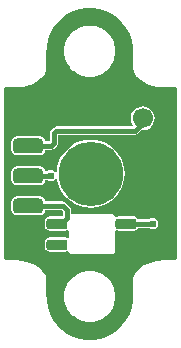
<source format=gbl>
G04*
G04 #@! TF.GenerationSoftware,Altium Limited,Altium Designer,20.0.2 (26)*
G04*
G04 Layer_Physical_Order=2*
G04 Layer_Color=16711680*
%FSLAX25Y25*%
%MOIN*%
G70*
G01*
G75*
%ADD12C,0.01500*%
%ADD13C,0.21457*%
%ADD14C,0.06693*%
%ADD15C,0.02400*%
G04:AMPARAMS|DCode=16|XSize=100mil|YSize=50mil|CornerRadius=12.5mil|HoleSize=0mil|Usage=FLASHONLY|Rotation=180.000|XOffset=0mil|YOffset=0mil|HoleType=Round|Shape=RoundedRectangle|*
%AMROUNDEDRECTD16*
21,1,0.10000,0.02500,0,0,180.0*
21,1,0.07500,0.05000,0,0,180.0*
1,1,0.02500,-0.03750,0.01250*
1,1,0.02500,0.03750,0.01250*
1,1,0.02500,0.03750,-0.01250*
1,1,0.02500,-0.03750,-0.01250*
%
%ADD16ROUNDEDRECTD16*%
G04:AMPARAMS|DCode=17|XSize=70mil|YSize=35mil|CornerRadius=8.75mil|HoleSize=0mil|Usage=FLASHONLY|Rotation=180.000|XOffset=0mil|YOffset=0mil|HoleType=Round|Shape=RoundedRectangle|*
%AMROUNDEDRECTD17*
21,1,0.07000,0.01750,0,0,180.0*
21,1,0.05250,0.03500,0,0,180.0*
1,1,0.01750,-0.02625,0.00875*
1,1,0.01750,0.02625,0.00875*
1,1,0.01750,0.02625,-0.00875*
1,1,0.01750,-0.02625,-0.00875*
%
%ADD17ROUNDEDRECTD17*%
G36*
X32328Y111058D02*
X34458Y110375D01*
X36457Y109373D01*
X38278Y108073D01*
X39876Y106509D01*
X41213Y104716D01*
X42258Y102738D01*
X42985Y100623D01*
X43376Y98421D01*
X43400Y97303D01*
X43424Y97270D01*
X43462Y97198D01*
X43488Y97121D01*
X43501Y97041D01*
Y91621D01*
X43524Y91169D01*
X43700Y90281D01*
X44046Y89445D01*
X44548Y88693D01*
X44853Y88357D01*
X44853Y88357D01*
X44854Y88355D01*
X45262Y87967D01*
X46130Y87254D01*
X47064Y86630D01*
X48055Y86101D01*
X49093Y85671D01*
X50168Y85345D01*
X51270Y85125D01*
X52388Y85015D01*
X52950Y85001D01*
X57600D01*
X57784Y84925D01*
X57925Y84784D01*
X58002Y84600D01*
Y27900D01*
X57925Y27716D01*
X57784Y27575D01*
X57600Y27498D01*
X53410D01*
X53380Y27431D01*
X53286Y27319D01*
X53163Y27239D01*
X53023Y27197D01*
X52950D01*
X52388Y27183D01*
X51270Y27073D01*
X50168Y26854D01*
X49093Y26528D01*
X48055Y26098D01*
X47064Y25568D01*
X46130Y24944D01*
X45262Y24231D01*
X44854Y23844D01*
X44854Y23843D01*
X44853Y23842D01*
X44548Y23506D01*
X44046Y22753D01*
X43700Y21917D01*
X43524Y21030D01*
X43501Y20577D01*
Y15158D01*
X43488Y15078D01*
X43462Y15000D01*
X43424Y14928D01*
X43400Y14896D01*
X43376Y13778D01*
X42985Y11576D01*
X42258Y9460D01*
X41213Y7483D01*
X39876Y5690D01*
X38278Y4125D01*
X36457Y2826D01*
X34458Y1823D01*
X32328Y1141D01*
X30118Y796D01*
X27882D01*
X25672Y1141D01*
X23542Y1823D01*
X21543Y2826D01*
X19722Y4125D01*
X18124Y5690D01*
X16787Y7483D01*
X15742Y9460D01*
X15015Y11576D01*
X14624Y13778D01*
X14600Y14896D01*
X14576Y14928D01*
X14538Y15000D01*
X14512Y15078D01*
X14499Y15158D01*
Y20577D01*
X14476Y21030D01*
X14300Y21917D01*
X13954Y22753D01*
X13452Y23506D01*
X13148Y23842D01*
X13147Y23842D01*
X13146Y23844D01*
X12738Y24231D01*
X11870Y24944D01*
X10936Y25568D01*
X9945Y26098D01*
X8907Y26528D01*
X7832Y26854D01*
X6730Y27073D01*
X5612Y27183D01*
X5050Y27197D01*
X4977D01*
X4837Y27239D01*
X4714Y27319D01*
X4620Y27431D01*
X4590Y27498D01*
X900D01*
X716Y27575D01*
X575Y27716D01*
X499Y27900D01*
Y84600D01*
X575Y84784D01*
X716Y84925D01*
X900Y85001D01*
X5050D01*
X5612Y85015D01*
X6730Y85125D01*
X7832Y85345D01*
X8907Y85671D01*
X9945Y86101D01*
X10936Y86630D01*
X11870Y87254D01*
X12738Y87967D01*
X13145Y88355D01*
X13148Y88357D01*
X13334Y88562D01*
X13452Y88693D01*
X13472Y88722D01*
X13954Y89445D01*
X14300Y90281D01*
X14476Y91169D01*
X14499Y91621D01*
Y97041D01*
X14512Y97121D01*
X14538Y97198D01*
X14576Y97270D01*
X14600Y97303D01*
X14624Y98421D01*
X15015Y100623D01*
X15742Y102738D01*
X16787Y104716D01*
X18124Y106509D01*
X19722Y108073D01*
X21543Y109373D01*
X23542Y110375D01*
X25672Y111058D01*
X27882Y111403D01*
X30118D01*
X32328Y111058D01*
D02*
G37*
%LPC*%
G36*
X29776Y105524D02*
X28225D01*
X28163Y105498D01*
X28098Y105511D01*
X26577Y105208D01*
X26521Y105171D01*
X26455D01*
X25022Y104578D01*
X24975Y104531D01*
X24909Y104518D01*
X23620Y103656D01*
X23583Y103601D01*
X23521Y103575D01*
X22425Y102479D01*
X22399Y102417D01*
X22344Y102380D01*
X21482Y101091D01*
X21469Y101025D01*
X21422Y100978D01*
X20829Y99545D01*
Y99479D01*
X20792Y99423D01*
X20489Y97902D01*
X20502Y97837D01*
X20477Y97776D01*
Y96224D01*
X20502Y96163D01*
X20489Y96098D01*
X20792Y94577D01*
X20829Y94521D01*
Y94455D01*
X21422Y93022D01*
X21469Y92975D01*
X21482Y92909D01*
X22344Y91620D01*
X22399Y91583D01*
X22425Y91521D01*
X23521Y90425D01*
X23583Y90399D01*
X23620Y90344D01*
X24909Y89482D01*
X24975Y89469D01*
X25022Y89422D01*
X26455Y88829D01*
X26521D01*
X26577Y88792D01*
X28098Y88489D01*
X28163Y88502D01*
X28225Y88477D01*
X29776D01*
X29837Y88502D01*
X29902Y88489D01*
X31424Y88792D01*
X31479Y88829D01*
X31545D01*
X32978Y89422D01*
X33025Y89469D01*
X33090Y89482D01*
X34380Y90344D01*
X34417Y90399D01*
X34479Y90425D01*
X35575Y91521D01*
X35601Y91583D01*
X35656Y91620D01*
X36518Y92909D01*
X36531Y92975D01*
X36578Y93022D01*
X37171Y94455D01*
Y94521D01*
X37208Y94577D01*
X37511Y96098D01*
X37498Y96163D01*
X37523Y96224D01*
Y97776D01*
X37498Y97837D01*
X37511Y97902D01*
X37208Y99423D01*
X37171Y99479D01*
Y99545D01*
X36578Y100978D01*
X36531Y101025D01*
X36518Y101091D01*
X35656Y102380D01*
X35601Y102417D01*
X35575Y102479D01*
X34479Y103575D01*
X34417Y103601D01*
X34380Y103656D01*
X33091Y104518D01*
X33025Y104531D01*
X32978Y104578D01*
X31545Y105171D01*
X31479D01*
X31424Y105208D01*
X29902Y105511D01*
X29837Y105498D01*
X29776Y105524D01*
D02*
G37*
G36*
X46620Y78585D02*
X45590Y78449D01*
X44630Y78051D01*
X43806Y77419D01*
X43173Y76595D01*
X42775Y75634D01*
X42640Y74604D01*
X42775Y73574D01*
X43173Y72614D01*
X43355Y72376D01*
X43109Y71876D01*
X17879D01*
X17352Y71772D01*
X16905Y71473D01*
X16027Y70595D01*
X15728Y70148D01*
X15624Y69621D01*
Y67070D01*
X15430Y66877D01*
X14111D01*
X13993Y67472D01*
X13584Y68084D01*
X12972Y68493D01*
X12250Y68636D01*
X4750D01*
X4028Y68493D01*
X3416Y68084D01*
X3007Y67472D01*
X2864Y66750D01*
Y64250D01*
X3007Y63528D01*
X3416Y62916D01*
X4028Y62507D01*
X4750Y62364D01*
X12250D01*
X12972Y62507D01*
X13584Y62916D01*
X13993Y63528D01*
X14111Y64124D01*
X16000D01*
X16527Y64228D01*
X16973Y64527D01*
X17973Y65527D01*
X18272Y65973D01*
X18376Y66500D01*
Y69051D01*
X18449Y69124D01*
X44000D01*
X44527Y69228D01*
X44973Y69527D01*
X46134Y70688D01*
X46620Y70624D01*
X47651Y70759D01*
X48611Y71157D01*
X49435Y71790D01*
X50068Y72614D01*
X50465Y73574D01*
X50601Y74604D01*
X50465Y75634D01*
X50068Y76595D01*
X49435Y77419D01*
X48611Y78051D01*
X47651Y78449D01*
X46620Y78585D01*
D02*
G37*
G36*
X29300Y67463D02*
X27522Y67323D01*
X25789Y66907D01*
X24141Y66225D01*
X22621Y65293D01*
X21265Y64135D01*
X20107Y62779D01*
X19175Y61259D01*
X18493Y59611D01*
X18077Y57878D01*
X17982Y56674D01*
X17470Y56540D01*
X17298Y56798D01*
X16702Y57196D01*
X16000Y57335D01*
X15298Y57196D01*
X14820Y56876D01*
X14111D01*
X13993Y57472D01*
X13584Y58084D01*
X12972Y58493D01*
X12250Y58636D01*
X4750D01*
X4028Y58493D01*
X3416Y58084D01*
X3007Y57472D01*
X2864Y56750D01*
Y54250D01*
X3007Y53528D01*
X3416Y52916D01*
X4028Y52507D01*
X4750Y52364D01*
X12250D01*
X12972Y52507D01*
X13584Y52916D01*
X13993Y53528D01*
X14111Y54124D01*
X14820D01*
X15298Y53804D01*
X16000Y53665D01*
X16702Y53804D01*
X17298Y54202D01*
X17554Y54586D01*
X18066Y54453D01*
X18077Y54322D01*
X18493Y52588D01*
X19175Y50941D01*
X20107Y49421D01*
X21265Y48065D01*
X22621Y46907D01*
X24141Y45975D01*
X25789Y45293D01*
X27522Y44877D01*
X29300Y44737D01*
X31078Y44877D01*
X32811Y45293D01*
X34459Y45975D01*
X35979Y46907D01*
X37335Y48065D01*
X38493Y49421D01*
X39425Y50941D01*
X40107Y52588D01*
X40523Y54322D01*
X40663Y56100D01*
X40523Y57878D01*
X40107Y59611D01*
X39425Y61259D01*
X38493Y62779D01*
X37335Y64135D01*
X35979Y65293D01*
X34459Y66225D01*
X32811Y66907D01*
X31078Y67323D01*
X29300Y67463D01*
D02*
G37*
G36*
X12250Y48636D02*
X4750D01*
X4028Y48493D01*
X3416Y48084D01*
X3007Y47472D01*
X2864Y46750D01*
Y44250D01*
X3007Y43528D01*
X3416Y42916D01*
X4028Y42507D01*
X4750Y42364D01*
X12250D01*
X12972Y42507D01*
X13584Y42916D01*
X13993Y43528D01*
X14111Y44124D01*
X19430D01*
X20000Y43553D01*
Y41947D01*
X19931Y41877D01*
X15574D01*
X14998Y41763D01*
X14510Y41437D01*
X14184Y40949D01*
X14070Y40374D01*
Y38624D01*
X14184Y38048D01*
X14510Y37560D01*
X14998Y37234D01*
X15574Y37120D01*
X20824D01*
X21399Y37234D01*
X21577Y37353D01*
X22077Y37086D01*
X22077Y34911D01*
X21577Y34644D01*
X21399Y34763D01*
X20824Y34877D01*
X15574D01*
X14998Y34763D01*
X14510Y34437D01*
X14184Y33949D01*
X14070Y33374D01*
Y31624D01*
X14184Y31048D01*
X14510Y30560D01*
X14998Y30234D01*
X15574Y30120D01*
X20824D01*
X21399Y30234D01*
X21577Y30353D01*
X22077Y30086D01*
Y29971D01*
X22267Y29511D01*
X22727Y29321D01*
X36727Y29321D01*
X37186Y29511D01*
X37376Y29971D01*
X37376Y37049D01*
X37876Y37316D01*
X37998Y37234D01*
X38574Y37120D01*
X43824D01*
X44399Y37234D01*
X44887Y37560D01*
X45213Y38048D01*
X45228Y38123D01*
X48821D01*
X49298Y37804D01*
X50000Y37665D01*
X50702Y37804D01*
X51298Y38202D01*
X51696Y38798D01*
X51835Y39500D01*
X51696Y40202D01*
X51298Y40798D01*
X50702Y41196D01*
X50000Y41335D01*
X49298Y41196D01*
X48819Y40876D01*
X45228D01*
X45213Y40949D01*
X44887Y41437D01*
X44399Y41763D01*
X43824Y41877D01*
X38574D01*
X37998Y41763D01*
X37876Y41682D01*
X37376Y41949D01*
Y41971D01*
X37186Y42430D01*
X36727Y42620D01*
X22753Y42620D01*
Y44123D01*
X22753Y44123D01*
X22648Y44650D01*
X22350Y45097D01*
X22350Y45097D01*
X20973Y46473D01*
X20527Y46772D01*
X20000Y46876D01*
X14111D01*
X13993Y47472D01*
X13584Y48084D01*
X12972Y48493D01*
X12250Y48636D01*
D02*
G37*
G36*
X29776Y23722D02*
X28225D01*
X28163Y23697D01*
X28098Y23710D01*
X26577Y23407D01*
X26521Y23370D01*
X26455D01*
X25022Y22776D01*
X24975Y22729D01*
X24909Y22716D01*
X23620Y21855D01*
X23583Y21799D01*
X23521Y21774D01*
X22425Y20677D01*
X22399Y20616D01*
X22344Y20579D01*
X21482Y19289D01*
X21469Y19224D01*
X21422Y19177D01*
X20829Y17744D01*
Y17677D01*
X20792Y17622D01*
X20489Y16101D01*
X20502Y16036D01*
X20477Y15974D01*
Y14423D01*
X20502Y14362D01*
X20489Y14296D01*
X20792Y12775D01*
X20829Y12720D01*
Y12653D01*
X21422Y11220D01*
X21469Y11173D01*
X21482Y11108D01*
X22344Y9818D01*
X22399Y9781D01*
X22425Y9720D01*
X23521Y8623D01*
X23583Y8598D01*
X23620Y8542D01*
X24909Y7681D01*
X24975Y7668D01*
X25022Y7621D01*
X26455Y7027D01*
X26521D01*
X26577Y6990D01*
X28098Y6688D01*
X28163Y6701D01*
X28225Y6675D01*
X29776D01*
X29837Y6701D01*
X29902Y6688D01*
X31424Y6990D01*
X31479Y7027D01*
X31545D01*
X32978Y7621D01*
X33025Y7668D01*
X33090Y7681D01*
X34380Y8542D01*
X34417Y8598D01*
X34479Y8623D01*
X35575Y9720D01*
X35601Y9781D01*
X35656Y9818D01*
X36518Y11108D01*
X36531Y11173D01*
X36578Y11220D01*
X37171Y12653D01*
Y12720D01*
X37208Y12775D01*
X37511Y14296D01*
X37498Y14362D01*
X37523Y14423D01*
Y15974D01*
X37498Y16036D01*
X37511Y16101D01*
X37208Y17622D01*
X37171Y17677D01*
Y17744D01*
X36578Y19177D01*
X36531Y19224D01*
X36518Y19289D01*
X35656Y20579D01*
X35601Y20616D01*
X35575Y20677D01*
X34479Y21774D01*
X34417Y21799D01*
X34380Y21855D01*
X33091Y22716D01*
X33025Y22729D01*
X32978Y22776D01*
X31545Y23370D01*
X31479D01*
X31424Y23407D01*
X29902Y23710D01*
X29837Y23697D01*
X29776Y23722D01*
D02*
G37*
%LPD*%
D12*
X41199Y39499D02*
X41199Y39499D01*
X49999D01*
X50000Y39500D01*
X8500Y55500D02*
X16000D01*
X21377Y41377D02*
Y44123D01*
X19499Y39499D02*
X21377Y41377D01*
X18199Y39499D02*
X19499D01*
X20000Y45500D02*
X21377Y44123D01*
X8500Y45500D02*
X20000D01*
X8500Y45500D02*
X8500Y45500D01*
X46621Y73120D02*
Y74603D01*
X44000Y70500D02*
X46621Y73120D01*
X17000Y66500D02*
Y69621D01*
X17879Y70500D01*
X44000D01*
X16000Y65500D02*
X17000Y66500D01*
X8500Y65500D02*
X16000D01*
X8500Y75500D02*
X15750D01*
X18992Y78742D01*
X19012D01*
D13*
X29300Y56100D02*
D03*
D14*
X19012Y78743D02*
D03*
X46620Y74604D02*
D03*
D15*
X8500Y35500D02*
D03*
X48500Y33500D02*
D03*
X50000Y39500D02*
D03*
X16000Y55500D02*
D03*
D16*
X8500Y75500D02*
D03*
X8500Y65500D02*
D03*
X8500Y55500D02*
D03*
X8500Y45500D02*
D03*
D17*
X18199Y39499D02*
D03*
X18199Y32499D02*
D03*
X41199Y39499D02*
D03*
X41199Y32499D02*
D03*
M02*

</source>
